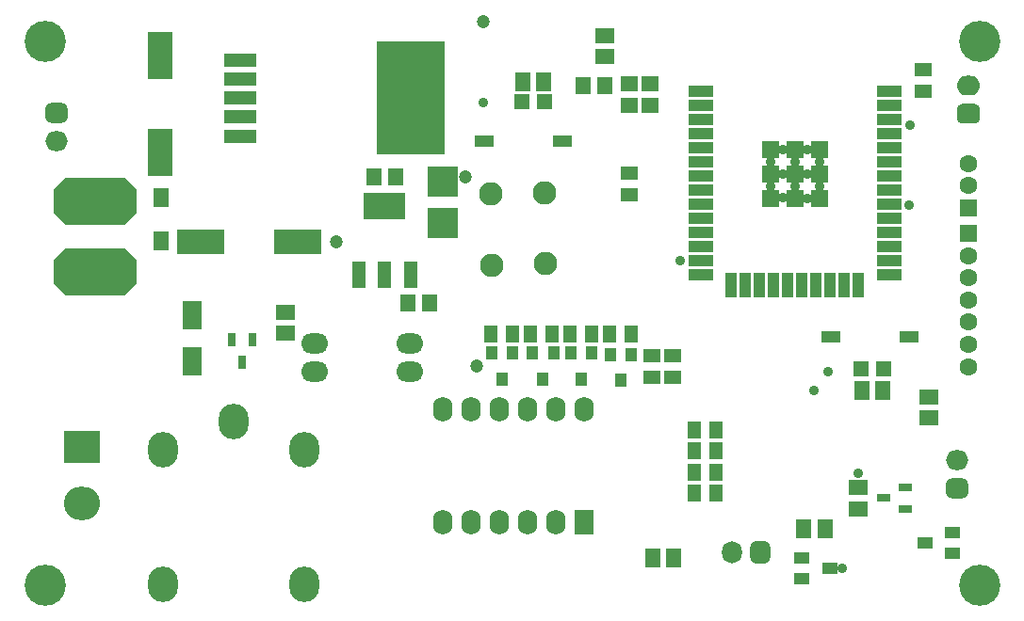
<source format=gts>
G04*
G04 #@! TF.GenerationSoftware,Altium Limited,Altium Designer,21.0.8 (223)*
G04*
G04 Layer_Color=8388736*
%FSTAX25Y25*%
%MOIN*%
G70*
G04*
G04 #@! TF.SameCoordinates,ACC495E8-7B1D-45BE-8A89-05A210FF911E*
G04*
G04*
G04 #@! TF.FilePolarity,Negative*
G04*
G01*
G75*
%ADD48R,0.06036X0.06036*%
%ADD49R,0.08674X0.04343*%
%ADD50R,0.04343X0.08674*%
%ADD51R,0.06902X0.10052*%
%ADD52R,0.03162X0.04737*%
%ADD53R,0.10642X0.10642*%
G04:AMPARAMS|DCode=54|XSize=295.4mil|YSize=165.48mil|CornerRadius=0mil|HoleSize=0mil|Usage=FLASHONLY|Rotation=180.000|XOffset=0mil|YOffset=0mil|HoleType=Round|Shape=Octagon|*
%AMOCTAGOND54*
4,1,8,-0.14770,0.04137,-0.14770,-0.04137,-0.10633,-0.08274,0.10633,-0.08274,0.14770,-0.04137,0.14770,0.04137,0.10633,0.08274,-0.10633,0.08274,-0.14770,0.04137,0.0*
%
%ADD54OCTAGOND54*%

%ADD55R,0.16942X0.08674*%
%ADD56R,0.05524X0.06706*%
%ADD57R,0.06506X0.05718*%
%ADD58R,0.05524X0.05918*%
%ADD59R,0.05718X0.06506*%
%ADD60R,0.05600X0.05600*%
%ADD61R,0.07099X0.03950*%
%ADD62R,0.08674X0.16942*%
%ADD63R,0.24422X0.40170*%
%ADD64R,0.11627X0.05013*%
%ADD65R,0.05131X0.09265*%
%ADD66R,0.05131X0.09265*%
%ADD67R,0.14580X0.09265*%
%ADD68R,0.05524X0.06312*%
%ADD69O,0.09658X0.07099*%
%ADD70R,0.04934X0.06115*%
%ADD71R,0.04343X0.04540*%
%ADD72R,0.04343X0.04540*%
%ADD73R,0.06115X0.04934*%
%ADD74R,0.04737X0.03162*%
%ADD75R,0.05524X0.04147*%
%ADD76R,0.06312X0.05524*%
%ADD77C,0.03556*%
%ADD78O,0.12800X0.11800*%
%ADD79R,0.12800X0.11800*%
%ADD80C,0.06312*%
%ADD81R,0.06312X0.06312*%
%ADD82C,0.08300*%
%ADD83O,0.10642X0.12611*%
G04:AMPARAMS|DCode=84|XSize=78.87mil|YSize=70.99mil|CornerRadius=19.75mil|HoleSize=0mil|Usage=FLASHONLY|Rotation=270.000|XOffset=0mil|YOffset=0mil|HoleType=Round|Shape=RoundedRectangle|*
%AMROUNDEDRECTD84*
21,1,0.07887,0.03150,0,0,270.0*
21,1,0.03937,0.07099,0,0,270.0*
1,1,0.03950,-0.01575,-0.01968*
1,1,0.03950,-0.01575,0.01968*
1,1,0.03950,0.01575,0.01968*
1,1,0.03950,0.01575,-0.01968*
%
%ADD84ROUNDEDRECTD84*%
%ADD85O,0.07099X0.07887*%
%ADD86O,0.08300X0.07000*%
G04:AMPARAMS|DCode=87|XSize=70mil|YSize=83mil|CornerRadius=19.5mil|HoleSize=0mil|Usage=FLASHONLY|Rotation=90.000|XOffset=0mil|YOffset=0mil|HoleType=Round|Shape=RoundedRectangle|*
%AMROUNDEDRECTD87*
21,1,0.07000,0.04400,0,0,90.0*
21,1,0.03100,0.08300,0,0,90.0*
1,1,0.03900,0.02200,0.01550*
1,1,0.03900,0.02200,-0.01550*
1,1,0.03900,-0.02200,-0.01550*
1,1,0.03900,-0.02200,0.01550*
%
%ADD87ROUNDEDRECTD87*%
%ADD88O,0.07887X0.07099*%
G04:AMPARAMS|DCode=89|XSize=78.87mil|YSize=70.99mil|CornerRadius=19.75mil|HoleSize=0mil|Usage=FLASHONLY|Rotation=180.000|XOffset=0mil|YOffset=0mil|HoleType=Round|Shape=RoundedRectangle|*
%AMROUNDEDRECTD89*
21,1,0.07887,0.03150,0,0,180.0*
21,1,0.03937,0.07099,0,0,180.0*
1,1,0.03950,-0.01968,0.01575*
1,1,0.03950,0.01968,0.01575*
1,1,0.03950,0.01968,-0.01575*
1,1,0.03950,-0.01968,-0.01575*
%
%ADD89ROUNDEDRECTD89*%
%ADD90O,0.06800X0.08800*%
%ADD91R,0.06800X0.08800*%
%ADD92C,0.04737*%
%ADD93C,0.14580*%
D48*
X0386Y0268468D02*
D03*
X0377213D02*
D03*
X0368425D02*
D03*
X0386Y0277256D02*
D03*
X0377213D02*
D03*
X0368425D02*
D03*
X0386Y0286043D02*
D03*
X0377213D02*
D03*
X0368425D02*
D03*
D49*
X0410677Y0306752D02*
D03*
Y0301752D02*
D03*
Y0296752D02*
D03*
Y0291752D02*
D03*
Y0286752D02*
D03*
Y0281752D02*
D03*
Y0276752D02*
D03*
Y0271752D02*
D03*
Y0266752D02*
D03*
Y0261752D02*
D03*
Y0256752D02*
D03*
Y0251752D02*
D03*
Y0246752D02*
D03*
Y0241752D02*
D03*
X0343748D02*
D03*
Y0246752D02*
D03*
Y0251752D02*
D03*
Y0256752D02*
D03*
Y0261752D02*
D03*
Y0266752D02*
D03*
Y0271752D02*
D03*
Y0276752D02*
D03*
Y0281752D02*
D03*
Y0286752D02*
D03*
Y0291752D02*
D03*
Y0296752D02*
D03*
Y0301752D02*
D03*
Y0306752D02*
D03*
D50*
X0399713Y0237815D02*
D03*
X0394713D02*
D03*
X0389713D02*
D03*
X0384713D02*
D03*
X0379713D02*
D03*
X0374713D02*
D03*
X0369713D02*
D03*
X0364713D02*
D03*
X0359713D02*
D03*
X0354713D02*
D03*
D51*
X0164Y0227453D02*
D03*
Y0210917D02*
D03*
D52*
X01815Y0210748D02*
D03*
X017776Y0218622D02*
D03*
X018524D02*
D03*
D53*
X02525Y0274468D02*
D03*
Y0259902D02*
D03*
D54*
X01295Y0242685D02*
D03*
Y0267685D02*
D03*
D55*
X0166874Y0253185D02*
D03*
X0201126D02*
D03*
D56*
X0153Y0268862D02*
D03*
Y0253508D02*
D03*
D57*
X031Y0318945D02*
D03*
Y0326425D02*
D03*
X0197Y0228426D02*
D03*
Y0220945D02*
D03*
X0399441Y0166236D02*
D03*
Y0158756D02*
D03*
X04245Y0198425D02*
D03*
Y0190945D02*
D03*
D58*
X0302161Y0308685D02*
D03*
X0309839D02*
D03*
D59*
X0288241Y031D02*
D03*
X028076D02*
D03*
X0334241Y0141185D02*
D03*
X032676D02*
D03*
X0408241Y0200685D02*
D03*
X040076D02*
D03*
X038774Y0151685D02*
D03*
X0380259D02*
D03*
D60*
X0280563Y0303D02*
D03*
X0288437D02*
D03*
X0400563Y0208185D02*
D03*
X0408437D02*
D03*
D61*
X0294882Y0288976D02*
D03*
X0267323D02*
D03*
X0389941Y0219685D02*
D03*
X04175D02*
D03*
D62*
X01525Y0319311D02*
D03*
Y0285059D02*
D03*
D63*
X0241193Y0304185D02*
D03*
D64*
X01809Y0290799D02*
D03*
Y0297492D02*
D03*
Y0304185D02*
D03*
Y0310878D02*
D03*
Y0317571D02*
D03*
D65*
X0222945Y024148D02*
D03*
X0241055D02*
D03*
D66*
X0232D02*
D03*
D67*
X0232Y026589D02*
D03*
D68*
X0247723Y0231698D02*
D03*
X0240243D02*
D03*
X0228277Y0276172D02*
D03*
X0235757D02*
D03*
D69*
X0240732Y0207185D02*
D03*
Y0217185D02*
D03*
X0207268D02*
D03*
Y0207185D02*
D03*
D70*
X0277339Y0220685D02*
D03*
X0269661D02*
D03*
X0291339D02*
D03*
X0283661D02*
D03*
X0305339D02*
D03*
X0297661D02*
D03*
X0319339D02*
D03*
X0311661D02*
D03*
X0341661Y0186685D02*
D03*
X0349339D02*
D03*
X0341661Y0179185D02*
D03*
X0349339D02*
D03*
X0341661Y0171685D02*
D03*
X0349339D02*
D03*
X03415Y0164185D02*
D03*
X0349177D02*
D03*
D71*
X02735Y0204559D02*
D03*
X027724Y0213811D02*
D03*
X0288Y0204559D02*
D03*
X029174Y0213811D02*
D03*
X03015Y0204559D02*
D03*
X030524Y0213811D02*
D03*
X03155Y0204185D02*
D03*
X031924Y0213437D02*
D03*
D72*
X026976Y0213811D02*
D03*
X028426D02*
D03*
X029776D02*
D03*
X031176Y0213437D02*
D03*
D73*
X03265Y0205346D02*
D03*
Y0213024D02*
D03*
X0334Y0205346D02*
D03*
Y0213024D02*
D03*
X04225Y0314339D02*
D03*
Y0306661D02*
D03*
X03185Y0277685D02*
D03*
Y0270008D02*
D03*
D74*
X0408504Y0162496D02*
D03*
X0416378Y0166236D02*
D03*
Y0158756D02*
D03*
D75*
X0432921Y0142945D02*
D03*
X04329Y0150385D02*
D03*
X0423079Y0146685D02*
D03*
X0389421Y0137685D02*
D03*
X03796Y0133985D02*
D03*
X0379579Y0141425D02*
D03*
D76*
X0325987Y0301743D02*
D03*
Y0309223D02*
D03*
X0318487Y0301743D02*
D03*
Y0309223D02*
D03*
D77*
X0381606Y0268468D02*
D03*
X0372819Y0268957D02*
D03*
X0386Y0272862D02*
D03*
X0377213D02*
D03*
X0368425D02*
D03*
X0381606Y0277256D02*
D03*
X0372819D02*
D03*
X0386Y028165D02*
D03*
X0377213D02*
D03*
X0368425D02*
D03*
X0381606Y0286043D02*
D03*
X0372819D02*
D03*
X041752Y0266437D02*
D03*
X0417913Y0294587D02*
D03*
X0266929Y0302756D02*
D03*
X03365Y0246685D02*
D03*
X0384Y0200685D02*
D03*
X0389Y0207185D02*
D03*
X03995Y0171185D02*
D03*
X0394Y0137685D02*
D03*
D78*
X0125Y0160685D02*
D03*
D79*
Y0180685D02*
D03*
D80*
X04385Y0209063D02*
D03*
Y0216937D02*
D03*
Y0224811D02*
D03*
Y0232685D02*
D03*
Y0240559D02*
D03*
Y0248433D02*
D03*
X0438583Y0273228D02*
D03*
Y0281102D02*
D03*
D81*
X04385Y0256307D02*
D03*
X0438583Y0265354D02*
D03*
D82*
X0269876Y0245069D02*
D03*
X0288676Y0270469D02*
D03*
X0269476Y0270169D02*
D03*
X0288976Y0245669D02*
D03*
D83*
X01785Y0189685D02*
D03*
X02035Y0179685D02*
D03*
X01535D02*
D03*
X02035Y0131811D02*
D03*
X01535D02*
D03*
D84*
X0364843Y0143307D02*
D03*
D85*
X0354842D02*
D03*
D86*
X04385Y03085D02*
D03*
D87*
Y02985D02*
D03*
D88*
X04345Y0176D02*
D03*
X0115748Y0288976D02*
D03*
D89*
X04345Y0166D02*
D03*
X0115748Y0298976D02*
D03*
D90*
X0252665Y0193803D02*
D03*
X0262665D02*
D03*
X0272665D02*
D03*
X0282665D02*
D03*
X0292665D02*
D03*
X0302665D02*
D03*
X0252665Y0153803D02*
D03*
X0262665D02*
D03*
X0272665D02*
D03*
X0282665D02*
D03*
X0292665D02*
D03*
D91*
X0302665D02*
D03*
D92*
X02647Y0209336D02*
D03*
X02605Y0276406D02*
D03*
X0215Y0253185D02*
D03*
X0267Y0331283D02*
D03*
D93*
X044252Y032441D02*
D03*
Y0131496D02*
D03*
X0111811D02*
D03*
Y032441D02*
D03*
M02*

</source>
